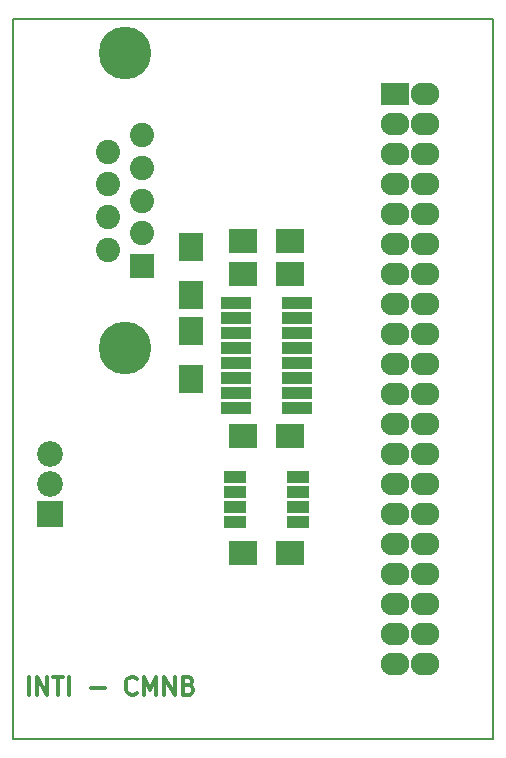
<source format=gbr>
G04 #@! TF.FileFunction,Soldermask,Top*
%FSLAX46Y46*%
G04 Gerber Fmt 4.6, Leading zero omitted, Abs format (unit mm)*
G04 Created by KiCad (PCBNEW (2015-09-12 BZR 6188)-product) date vie 27 nov 2015 02:47:37 ART*
%MOMM*%
G01*
G04 APERTURE LIST*
%ADD10C,0.100000*%
%ADD11C,0.300000*%
%ADD12C,0.150000*%
%ADD13R,2.400000X1.924000*%
%ADD14O,2.400000X1.924000*%
%ADD15R,2.599640X0.999440*%
%ADD16R,2.000000X2.400000*%
%ADD17R,2.400000X2.000000*%
%ADD18R,2.051000X2.051000*%
%ADD19C,2.051000*%
%ADD20C,4.464000*%
%ADD21R,2.178000X2.178000*%
%ADD22C,2.178000*%
%ADD23R,1.920000X1.000000*%
G04 APERTURE END LIST*
D10*
D11*
X103561428Y-130853571D02*
X103561428Y-129353571D01*
X104275714Y-130853571D02*
X104275714Y-129353571D01*
X105132857Y-130853571D01*
X105132857Y-129353571D01*
X105632857Y-129353571D02*
X106490000Y-129353571D01*
X106061429Y-130853571D02*
X106061429Y-129353571D01*
X106990000Y-130853571D02*
X106990000Y-129353571D01*
X108847143Y-130282143D02*
X109990000Y-130282143D01*
X112704286Y-130710714D02*
X112632857Y-130782143D01*
X112418571Y-130853571D01*
X112275714Y-130853571D01*
X112061429Y-130782143D01*
X111918571Y-130639286D01*
X111847143Y-130496429D01*
X111775714Y-130210714D01*
X111775714Y-129996429D01*
X111847143Y-129710714D01*
X111918571Y-129567857D01*
X112061429Y-129425000D01*
X112275714Y-129353571D01*
X112418571Y-129353571D01*
X112632857Y-129425000D01*
X112704286Y-129496429D01*
X113347143Y-130853571D02*
X113347143Y-129353571D01*
X113847143Y-130425000D01*
X114347143Y-129353571D01*
X114347143Y-130853571D01*
X115061429Y-130853571D02*
X115061429Y-129353571D01*
X115918572Y-130853571D01*
X115918572Y-129353571D01*
X117132858Y-130067857D02*
X117347144Y-130139286D01*
X117418572Y-130210714D01*
X117490001Y-130353571D01*
X117490001Y-130567857D01*
X117418572Y-130710714D01*
X117347144Y-130782143D01*
X117204286Y-130853571D01*
X116632858Y-130853571D01*
X116632858Y-129353571D01*
X117132858Y-129353571D01*
X117275715Y-129425000D01*
X117347144Y-129496429D01*
X117418572Y-129639286D01*
X117418572Y-129782143D01*
X117347144Y-129925000D01*
X117275715Y-129996429D01*
X117132858Y-130067857D01*
X116632858Y-130067857D01*
D12*
X102235000Y-134620000D02*
X102235000Y-73660000D01*
X142875000Y-134620000D02*
X102235000Y-134620000D01*
X142875000Y-73660000D02*
X142875000Y-134620000D01*
X102235000Y-73660000D02*
X142875000Y-73660000D01*
D13*
X134620000Y-80010000D03*
D14*
X137160000Y-80010000D03*
X134620000Y-92710000D03*
X137160000Y-82550000D03*
X134620000Y-95250000D03*
X137160000Y-85090000D03*
X134620000Y-97790000D03*
X137160000Y-87630000D03*
X134620000Y-100330000D03*
X137160000Y-90170000D03*
X134620000Y-102870000D03*
X137160000Y-92710000D03*
X134620000Y-105410000D03*
X137160000Y-95250000D03*
X134620000Y-107950000D03*
X137160000Y-97790000D03*
X134620000Y-110490000D03*
X137160000Y-100330000D03*
X134620000Y-113030000D03*
X137160000Y-102870000D03*
X134620000Y-115570000D03*
X137160000Y-105410000D03*
X134620000Y-118110000D03*
X137160000Y-107950000D03*
X137160000Y-110490000D03*
X134620000Y-120650000D03*
X137160000Y-113030000D03*
X137160000Y-118110000D03*
X137160000Y-120650000D03*
X137160000Y-123190000D03*
X137160000Y-125730000D03*
X134620000Y-123190000D03*
X134620000Y-125730000D03*
X134620000Y-82550000D03*
X134620000Y-85090000D03*
X134620000Y-87630000D03*
X134620000Y-90170000D03*
X134620000Y-128270000D03*
X137160000Y-128270000D03*
X137160000Y-115570000D03*
D15*
X121099580Y-97663000D03*
X121099580Y-98933000D03*
X121099580Y-100203000D03*
X121099580Y-101473000D03*
X121099580Y-102743000D03*
X121099580Y-104013000D03*
X121099580Y-105283000D03*
X121099580Y-106553000D03*
X126296420Y-106553000D03*
X126296420Y-105283000D03*
X126296420Y-104013000D03*
X126296420Y-102743000D03*
X126296420Y-101473000D03*
X126296420Y-100203000D03*
X126296420Y-98933000D03*
X126296420Y-97663000D03*
D16*
X117348000Y-92996000D03*
X117348000Y-96996000D03*
X117348000Y-100108000D03*
X117348000Y-104108000D03*
D17*
X121698000Y-92456000D03*
X125698000Y-92456000D03*
X125698000Y-108966000D03*
X121698000Y-108966000D03*
X125698000Y-95250000D03*
X121698000Y-95250000D03*
D18*
X113132400Y-94584000D03*
D19*
X113132400Y-91815400D03*
X113132400Y-89046800D03*
X113132400Y-86278200D03*
X113132400Y-83509600D03*
X110287600Y-93199700D03*
X110287600Y-90431100D03*
X110287600Y-87662500D03*
X110287600Y-84893900D03*
D20*
X111710000Y-101543600D03*
X111710000Y-76550000D03*
D17*
X121698000Y-118872000D03*
X125698000Y-118872000D03*
D21*
X105410000Y-115570000D03*
D22*
X105410000Y-113030000D03*
X105410000Y-110490000D03*
D23*
X126398000Y-116205000D03*
X126398000Y-114935000D03*
X126398000Y-113665000D03*
X126398000Y-112395000D03*
X120998000Y-112395000D03*
X120998000Y-113665000D03*
X120998000Y-114935000D03*
X120998000Y-116205000D03*
M02*

</source>
